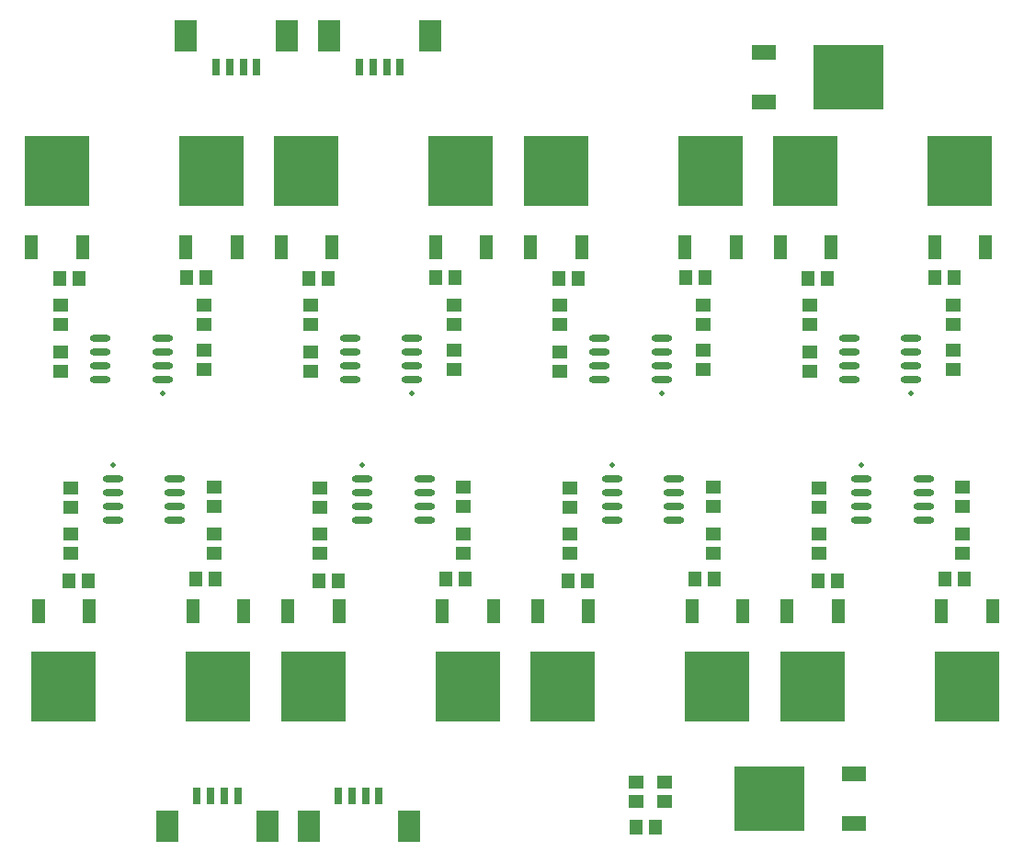
<source format=gtp>
G04*
G04 #@! TF.GenerationSoftware,Altium Limited,Altium Designer,20.0.2 (26)*
G04*
G04 Layer_Color=8421504*
%FSLAX25Y25*%
%MOIN*%
G70*
G01*
G75*
%ADD16R,0.25590X0.23622*%
%ADD17R,0.08661X0.05315*%
%ADD18R,0.03150X0.06299*%
%ADD19R,0.07874X0.11811*%
%ADD20R,0.04567X0.05787*%
%ADD21R,0.05787X0.04567*%
%ADD22R,0.23622X0.25591*%
%ADD23R,0.04724X0.08661*%
%ADD24O,0.07480X0.02362*%
%ADD25C,0.02000*%
D16*
X557500Y396500D02*
D03*
X529000Y135000D02*
D03*
D17*
X526980Y405516D02*
D03*
X527000Y387484D02*
D03*
X559520Y125984D02*
D03*
X559500Y144016D02*
D03*
D18*
X321300Y136065D02*
D03*
X326221D02*
D03*
X331142D02*
D03*
X336064D02*
D03*
X394936Y400435D02*
D03*
X390015D02*
D03*
X385094D02*
D03*
X380172D02*
D03*
X342936D02*
D03*
X338015D02*
D03*
X333094D02*
D03*
X328172D02*
D03*
X372564Y136065D02*
D03*
X377485D02*
D03*
X382406D02*
D03*
X387328D02*
D03*
D19*
X310500Y125000D02*
D03*
X346972D02*
D03*
X405736Y411500D02*
D03*
X369264D02*
D03*
X353736D02*
D03*
X317264D02*
D03*
X361764Y125000D02*
D03*
X398236D02*
D03*
D20*
X487504Y124500D02*
D03*
X480496D02*
D03*
X596004Y324000D02*
D03*
X588996D02*
D03*
X550004Y323500D02*
D03*
X542996D02*
D03*
X324504Y324000D02*
D03*
X317496D02*
D03*
X278504Y323500D02*
D03*
X271496D02*
D03*
X505504Y324000D02*
D03*
X498496D02*
D03*
X459504Y323500D02*
D03*
X452496D02*
D03*
X415004Y324000D02*
D03*
X407996D02*
D03*
X369004Y323500D02*
D03*
X361996D02*
D03*
X455996Y214000D02*
D03*
X463004D02*
D03*
X501996Y214500D02*
D03*
X509004D02*
D03*
X546496Y214000D02*
D03*
X553504D02*
D03*
X592496Y214500D02*
D03*
X599504D02*
D03*
X274996Y214000D02*
D03*
X282004D02*
D03*
X320996Y214500D02*
D03*
X328004D02*
D03*
X411496D02*
D03*
X418504D02*
D03*
X365496Y214000D02*
D03*
X372504D02*
D03*
D21*
X480500Y141000D02*
D03*
Y133992D02*
D03*
X491000Y141000D02*
D03*
Y133992D02*
D03*
X595500Y297504D02*
D03*
Y290496D02*
D03*
X543500Y297004D02*
D03*
Y289996D02*
D03*
X595500Y314004D02*
D03*
Y306996D02*
D03*
X543500D02*
D03*
Y314004D02*
D03*
X324000Y297504D02*
D03*
Y290496D02*
D03*
X272000Y297004D02*
D03*
Y289996D02*
D03*
X324000Y314004D02*
D03*
Y306996D02*
D03*
X272000D02*
D03*
Y314004D02*
D03*
X505000Y297504D02*
D03*
Y290496D02*
D03*
X453000Y297004D02*
D03*
Y289996D02*
D03*
X505000Y314004D02*
D03*
Y306996D02*
D03*
X453000D02*
D03*
Y314004D02*
D03*
X414500Y297504D02*
D03*
Y290496D02*
D03*
X362500Y297004D02*
D03*
Y289996D02*
D03*
X414500Y314004D02*
D03*
Y306996D02*
D03*
X362500D02*
D03*
Y314004D02*
D03*
X456500Y240496D02*
D03*
Y247504D02*
D03*
X508500Y240996D02*
D03*
Y248004D02*
D03*
X456500Y223996D02*
D03*
Y231004D02*
D03*
X508500D02*
D03*
Y223996D02*
D03*
X547000Y240496D02*
D03*
Y247504D02*
D03*
X599000Y240996D02*
D03*
Y248004D02*
D03*
X547000Y223996D02*
D03*
Y231004D02*
D03*
X599000D02*
D03*
Y223996D02*
D03*
X275500Y240496D02*
D03*
Y247504D02*
D03*
X327500Y240996D02*
D03*
Y248004D02*
D03*
X275500Y223996D02*
D03*
Y231004D02*
D03*
X327500D02*
D03*
Y223996D02*
D03*
X418000Y240996D02*
D03*
Y248004D02*
D03*
Y231004D02*
D03*
Y223996D02*
D03*
X366000Y240496D02*
D03*
Y247504D02*
D03*
Y223996D02*
D03*
Y231004D02*
D03*
D22*
X598000Y362500D02*
D03*
X542000D02*
D03*
X326500D02*
D03*
X270500D02*
D03*
X507500D02*
D03*
X451500D02*
D03*
X417000D02*
D03*
X361000D02*
D03*
X454000Y175500D02*
D03*
X510000D02*
D03*
X544500D02*
D03*
X600500D02*
D03*
X273000D02*
D03*
X329000D02*
D03*
X419500D02*
D03*
X363500D02*
D03*
D23*
X588704Y334941D02*
D03*
X607296Y334957D02*
D03*
X532704Y334941D02*
D03*
X551296Y334957D02*
D03*
X317204Y334941D02*
D03*
X335796Y334957D02*
D03*
X261204Y334941D02*
D03*
X279796Y334957D02*
D03*
X498204Y334941D02*
D03*
X516796Y334957D02*
D03*
X442204Y334941D02*
D03*
X460796Y334957D02*
D03*
X407704Y334941D02*
D03*
X426296Y334957D02*
D03*
X351704Y334941D02*
D03*
X370296Y334957D02*
D03*
X463296Y203059D02*
D03*
X444704Y203043D02*
D03*
X519296Y203059D02*
D03*
X500704Y203043D02*
D03*
X553796Y203059D02*
D03*
X535204Y203043D02*
D03*
X609796Y203059D02*
D03*
X591204Y203043D02*
D03*
X282296Y203059D02*
D03*
X263704Y203043D02*
D03*
X338296Y203059D02*
D03*
X319704Y203043D02*
D03*
X428796Y203059D02*
D03*
X410204Y203043D02*
D03*
X372796Y203059D02*
D03*
X354204Y203043D02*
D03*
D24*
X376748Y302000D02*
D03*
Y297000D02*
D03*
Y292000D02*
D03*
Y287000D02*
D03*
X399252Y302000D02*
D03*
Y297000D02*
D03*
Y292000D02*
D03*
Y287000D02*
D03*
X286248Y302000D02*
D03*
Y297000D02*
D03*
Y292000D02*
D03*
Y287000D02*
D03*
X308752Y302000D02*
D03*
Y297000D02*
D03*
Y292000D02*
D03*
Y287000D02*
D03*
X557748Y302000D02*
D03*
Y297000D02*
D03*
Y292000D02*
D03*
Y287000D02*
D03*
X580252Y302000D02*
D03*
Y297000D02*
D03*
Y292000D02*
D03*
Y287000D02*
D03*
X467248Y302000D02*
D03*
Y297000D02*
D03*
Y292000D02*
D03*
Y287000D02*
D03*
X489752Y302000D02*
D03*
Y297000D02*
D03*
Y292000D02*
D03*
Y287000D02*
D03*
X494252Y236000D02*
D03*
Y241000D02*
D03*
Y246000D02*
D03*
Y251000D02*
D03*
X471748Y236000D02*
D03*
Y241000D02*
D03*
Y246000D02*
D03*
Y251000D02*
D03*
X584752Y236000D02*
D03*
Y241000D02*
D03*
Y246000D02*
D03*
Y251000D02*
D03*
X562248Y236000D02*
D03*
Y241000D02*
D03*
Y246000D02*
D03*
Y251000D02*
D03*
X313252Y236000D02*
D03*
Y241000D02*
D03*
Y246000D02*
D03*
Y251000D02*
D03*
X290748Y236000D02*
D03*
Y241000D02*
D03*
Y246000D02*
D03*
Y251000D02*
D03*
X403752Y236000D02*
D03*
Y241000D02*
D03*
Y246000D02*
D03*
Y251000D02*
D03*
X381248Y236000D02*
D03*
Y241000D02*
D03*
Y246000D02*
D03*
Y251000D02*
D03*
D25*
X399252Y282000D02*
D03*
X308752D02*
D03*
X580252D02*
D03*
X489752D02*
D03*
X471748Y256000D02*
D03*
X562248D02*
D03*
X290748D02*
D03*
X381248D02*
D03*
M02*

</source>
